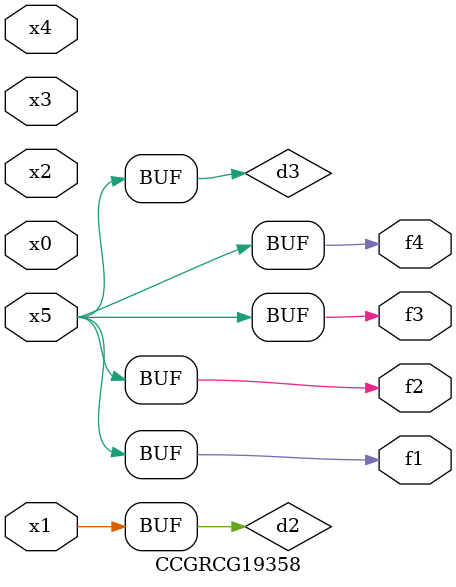
<source format=v>
module CCGRCG19358(
	input x0, x1, x2, x3, x4, x5,
	output f1, f2, f3, f4
);

	wire d1, d2, d3;

	not (d1, x5);
	or (d2, x1);
	xnor (d3, d1);
	assign f1 = d3;
	assign f2 = d3;
	assign f3 = d3;
	assign f4 = d3;
endmodule

</source>
